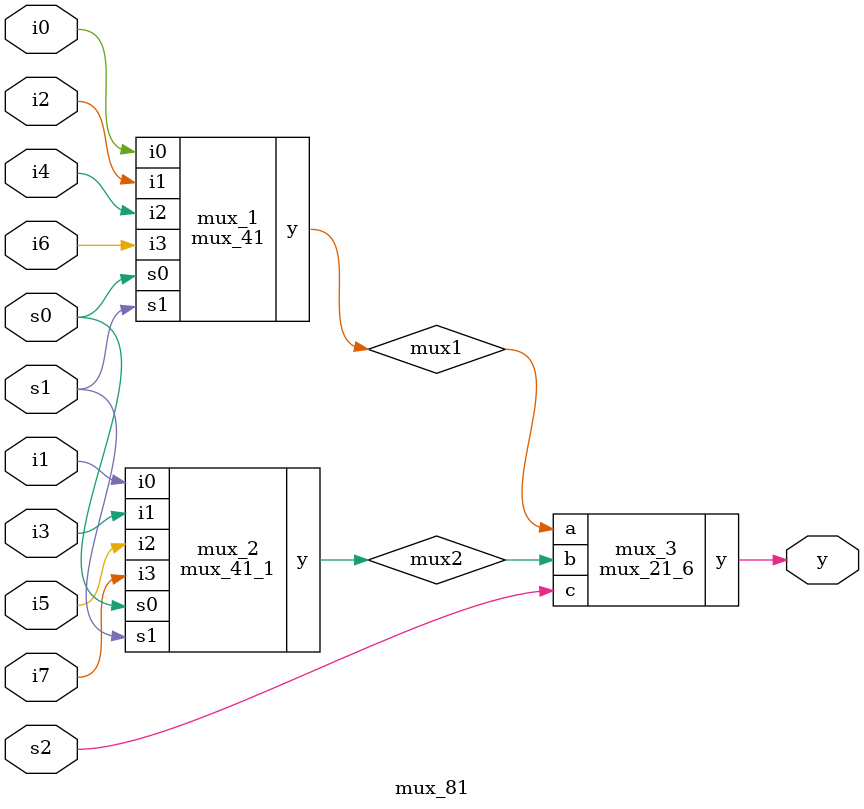
<source format=v>
/*
###############################################################
#  Generated by:      Cadence Innovus 16.21-s078_1
#  OS:                Linux x86_64(Host ID client02)
#  Generated on:      Mon Sep  9 21:55:35 2019
#  Design:            mux_81
#  Command:           saveNetlist mux_81_inno_netlist.v
###############################################################
*/
// Generated by Cadence Genus(TM) Synthesis Solution 16.21-s018_1
// Generated on: Sep  8 2019 18:55:34 IST (Sep  8 2019 13:25:34 UTC)
// Verification Directory fv/mux_81 
module mux_21 (
	a, 
	b, 
	c, 
	y);
   input a;
   input b;
   input c;
   output y;

   MX2X1 g24 (.A(a),
	.B(b),
	.S0(c),
	.Y(y));
endmodule

module mux_21_1 (
	a, 
	b, 
	c, 
	y);
   input a;
   input b;
   input c;
   output y;

   MX2X1 g24 (.A(a),
	.B(b),
	.S0(c),
	.Y(y));
endmodule

module mux_21_2 (
	a, 
	b, 
	c, 
	y);
   input a;
   input b;
   input c;
   output y;

   MX2X1 g24 (.A(a),
	.B(b),
	.S0(c),
	.Y(y));
endmodule

module mux_41 (
	i0, 
	i1, 
	i2, 
	i3, 
	s0, 
	s1, 
	y);
   input i0;
   input i1;
   input i2;
   input i3;
   input s0;
   input s1;
   output y;

   // Internal wires
   wire mux1;
   wire mux2;

   mux_21 mux_1 (.a(i0),
	.b(i2),
	.c(s0),
	.y(mux1));
   mux_21_1 mux_2 (.a(i1),
	.b(i3),
	.c(s0),
	.y(mux2));
   mux_21_2 mux_3 (.a(mux1),
	.b(mux2),
	.c(s1),
	.y(y));
endmodule

module mux_21_3 (
	a, 
	b, 
	c, 
	y);
   input a;
   input b;
   input c;
   output y;

   MX2X1 g24 (.A(a),
	.B(b),
	.S0(c),
	.Y(y));
endmodule

module mux_21_4 (
	a, 
	b, 
	c, 
	y);
   input a;
   input b;
   input c;
   output y;

   MX2X1 g24 (.A(a),
	.B(b),
	.S0(c),
	.Y(y));
endmodule

module mux_21_5 (
	a, 
	b, 
	c, 
	y);
   input a;
   input b;
   input c;
   output y;

   MX2X1 g24 (.A(a),
	.B(b),
	.S0(c),
	.Y(y));
endmodule

module mux_41_1 (
	i0, 
	i1, 
	i2, 
	i3, 
	s0, 
	s1, 
	y);
   input i0;
   input i1;
   input i2;
   input i3;
   input s0;
   input s1;
   output y;

   // Internal wires
   wire mux1;
   wire mux2;

   mux_21_3 mux_1 (.a(i0),
	.b(i2),
	.c(s0),
	.y(mux1));
   mux_21_4 mux_2 (.a(i1),
	.b(i3),
	.c(s0),
	.y(mux2));
   mux_21_5 mux_3 (.a(mux1),
	.b(mux2),
	.c(s1),
	.y(y));
endmodule

module mux_21_6 (
	a, 
	b, 
	c, 
	y);
   input a;
   input b;
   input c;
   output y;

   MX2X1 g24 (.A(a),
	.B(b),
	.S0(c),
	.Y(y));
endmodule

module mux_81 (
	i0, 
	i1, 
	i2, 
	i3, 
	i4, 
	i5, 
	i6, 
	i7, 
	s0, 
	s1, 
	s2, 
	y);
   input i0;
   input i1;
   input i2;
   input i3;
   input i4;
   input i5;
   input i6;
   input i7;
   input s0;
   input s1;
   input s2;
   output y;

   // Internal wires
   wire mux1;
   wire mux2;

   mux_41 mux_1 (.i0(i0),
	.i1(i2),
	.i2(i4),
	.i3(i6),
	.s0(s0),
	.s1(s1),
	.y(mux1));
   mux_41_1 mux_2 (.i0(i1),
	.i1(i3),
	.i2(i5),
	.i3(i7),
	.s0(s0),
	.s1(s1),
	.y(mux2));
   mux_21_6 mux_3 (.a(mux1),
	.b(mux2),
	.c(s2),
	.y(y));
endmodule


</source>
